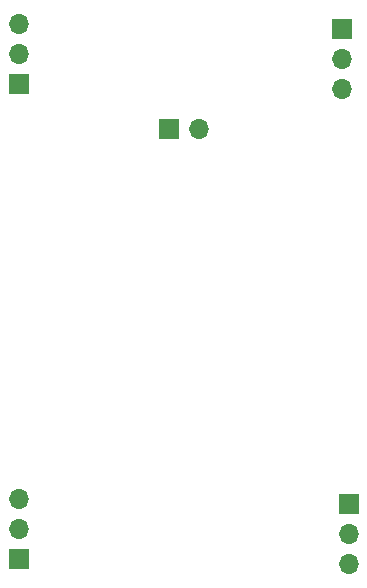
<source format=gbr>
%TF.GenerationSoftware,KiCad,Pcbnew,6.0.4*%
%TF.CreationDate,2022-04-20T20:25:44+02:00*%
%TF.ProjectId,main_pcb,6d61696e-5f70-4636-922e-6b696361645f,rev?*%
%TF.SameCoordinates,Original*%
%TF.FileFunction,Copper,L2,Bot*%
%TF.FilePolarity,Positive*%
%FSLAX46Y46*%
G04 Gerber Fmt 4.6, Leading zero omitted, Abs format (unit mm)*
G04 Created by KiCad (PCBNEW 6.0.4) date 2022-04-20 20:25:44*
%MOMM*%
%LPD*%
G01*
G04 APERTURE LIST*
%TA.AperFunction,ComponentPad*%
%ADD10R,1.700000X1.700000*%
%TD*%
%TA.AperFunction,ComponentPad*%
%ADD11O,1.700000X1.700000*%
%TD*%
G04 APERTURE END LIST*
D10*
%TO.P,bat_power1,1,Pin_1*%
%TO.N,unconnected-(bat_power1-Pad1)*%
X125730000Y-36830000D03*
D11*
%TO.P,bat_power1,2,Pin_2*%
%TO.N,unconnected-(bat_power1-Pad2)*%
X128270000Y-36830000D03*
%TD*%
%TO.P,M4,3,Pin_3*%
%TO.N,unconnected-(M4-Pad3)*%
X113030000Y-68120000D03*
%TO.P,M4,2,Pin_2*%
%TO.N,unconnected-(M4-Pad2)*%
X113030000Y-70660000D03*
D10*
%TO.P,M4,1,Pin_1*%
%TO.N,unconnected-(M4-Pad1)*%
X113030000Y-73200000D03*
%TD*%
%TO.P,M3,1,Pin_1*%
%TO.N,unconnected-(M3-Pad1)*%
X140400000Y-28400000D03*
D11*
%TO.P,M3,2,Pin_2*%
%TO.N,unconnected-(M3-Pad2)*%
X140400000Y-30940000D03*
%TO.P,M3,3,Pin_3*%
%TO.N,unconnected-(M3-Pad3)*%
X140400000Y-33480000D03*
%TD*%
%TO.P,M2,3,Pin_3*%
%TO.N,unconnected-(M2-Pad3)*%
X140970000Y-73660000D03*
%TO.P,M2,2,Pin_2*%
%TO.N,unconnected-(M2-Pad2)*%
X140970000Y-71120000D03*
D10*
%TO.P,M2,1,Pin_1*%
%TO.N,unconnected-(M2-Pad1)*%
X140970000Y-68580000D03*
%TD*%
D11*
%TO.P,M1,3,Pin_3*%
%TO.N,unconnected-(M1-Pad3)*%
X113030000Y-27940000D03*
%TO.P,M1,2,Pin_2*%
%TO.N,unconnected-(M1-Pad2)*%
X113030000Y-30480000D03*
D10*
%TO.P,M1,1,Pin_1*%
%TO.N,unconnected-(M1-Pad1)*%
X113030000Y-33020000D03*
%TD*%
M02*

</source>
